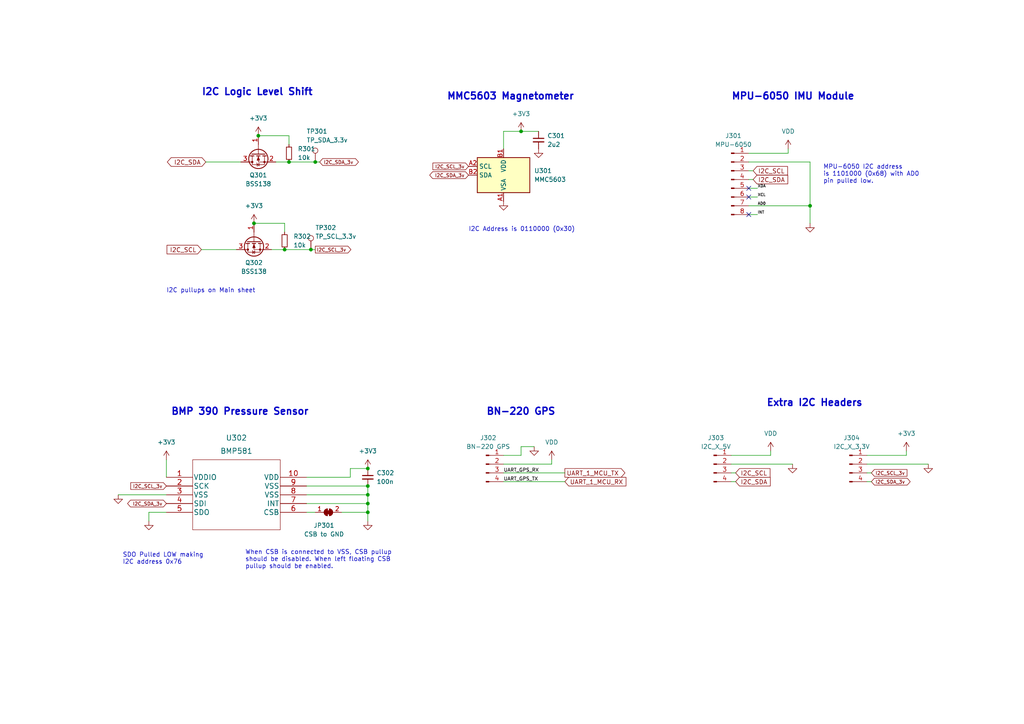
<source format=kicad_sch>
(kicad_sch (version 20211123) (generator eeschema)
  (paper "A4")
  (lib_symbols
    (symbol "2022-09-06_03-17-40:BMP581" (pin_names (offset 0.254))
      (property "Reference" "U" (at 20.32 10.16 0))
      (property "Value" "BMP581" (at 20.32 7.62 0))
      (symbol "BMP581_1_1"
        (polyline (pts (xy 7.62 -15.24) (xy 33.02 -15.24)) (stroke (width 0.127)))
        (polyline (pts (xy 7.62 5.08) (xy 7.62 -15.24)) (stroke (width 0.127)))
        (polyline (pts (xy 33.02 -15.24) (xy 33.02 5.08)) (stroke (width 0.127)))
        (polyline (pts (xy 33.02 5.08) (xy 7.62 5.08)) (stroke (width 0.127)))
        (pin power_in line (at 0 0 0) (length 7.62) (name "VDDIO") (number "1"))
        (pin power_in line (at 40.64 0 180) (length 7.62) (name "VDD") (number "10"))
        (pin unspecified line (at 0 -2.54 0) (length 7.62) (name "SCK") (number "2"))
        (pin power_in line (at 0 -5.08 0) (length 7.62) (name "VSS") (number "3"))
        (pin unspecified line (at 0 -7.62 0) (length 7.62) (name "SDI") (number "4"))
        (pin unspecified line (at 0 -10.16 0) (length 7.62) (name "SDO") (number "5"))
        (pin unspecified line (at 40.64 -10.16 180) (length 7.62) (name "CSB") (number "6"))
        (pin input line (at 40.64 -7.62 180) (length 7.62) (name "INT") (number "7"))
        (pin power_in line (at 40.64 -5.08 180) (length 7.62) (name "VSS") (number "8"))
        (pin power_in line (at 40.64 -2.54 180) (length 7.62) (name "VSS") (number "9"))
      )
    )
    (symbol "Connector:Conn_01x04_Male" (pin_names (offset 1.016) hide)
      (property "Reference" "J" (at 0 5.08 0))
      (property "Value" "Conn_01x04_Male" (at 0 -7.62 0))
      (symbol "Conn_01x04_Male_1_1"
        (polyline (pts (xy 1.27 -5.08) (xy 0.8636 -5.08)) (stroke (width 0.1524)))
        (polyline (pts (xy 1.27 -2.54) (xy 0.8636 -2.54)) (stroke (width 0.1524)))
        (polyline (pts (xy 1.27 0) (xy 0.8636 0)) (stroke (width 0.1524)))
        (polyline (pts (xy 1.27 2.54) (xy 0.8636 2.54)) (stroke (width 0.1524)))
        (rectangle (start 0.8636 -4.953) (end 0 -5.207) (stroke (width 0.1524)) (fill (type outline)))
        (rectangle (start 0.8636 -2.413) (end 0 -2.667) (stroke (width 0.1524)) (fill (type outline)))
        (rectangle (start 0.8636 0.127) (end 0 -0.127) (stroke (width 0.1524)) (fill (type outline)))
        (rectangle (start 0.8636 2.667) (end 0 2.413) (stroke (width 0.1524)) (fill (type outline)))
        (pin passive line (at 5.08 2.54 180) (length 3.81) (name "Pin_1") (number "1"))
        (pin passive line (at 5.08 0 180) (length 3.81) (name "Pin_2") (number "2"))
        (pin passive line (at 5.08 -2.54 180) (length 3.81) (name "Pin_3") (number "3"))
        (pin passive line (at 5.08 -5.08 180) (length 3.81) (name "Pin_4") (number "4"))
      )
    )
    (symbol "Connector:Conn_01x08_Male" (pin_names (offset 1.016) hide)
      (property "Reference" "J" (at 0 10.16 0))
      (property "Value" "Conn_01x08_Male" (at 0 -12.7 0))
      (symbol "Conn_01x08_Male_1_1"
        (polyline (pts (xy 1.27 -10.16) (xy 0.8636 -10.16)) (stroke (width 0.1524)))
        (polyline (pts (xy 1.27 -7.62) (xy 0.8636 -7.62)) (stroke (width 0.1524)))
        (polyline (pts (xy 1.27 -5.08) (xy 0.8636 -5.08)) (stroke (width 0.1524)))
        (polyline (pts (xy 1.27 -2.54) (xy 0.8636 -2.54)) (stroke (width 0.1524)))
        (polyline (pts (xy 1.27 0) (xy 0.8636 0)) (stroke (width 0.1524)))
        (polyline (pts (xy 1.27 2.54) (xy 0.8636 2.54)) (stroke (width 0.1524)))
        (polyline (pts (xy 1.27 5.08) (xy 0.8636 5.08)) (stroke (width 0.1524)))
        (polyline (pts (xy 1.27 7.62) (xy 0.8636 7.62)) (stroke (width 0.1524)))
        (rectangle (start 0.8636 -10.033) (end 0 -10.287) (stroke (width 0.1524)) (fill (type outline)))
        (rectangle (start 0.8636 -7.493) (end 0 -7.747) (stroke (width 0.1524)) (fill (type outline)))
        (rectangle (start 0.8636 -4.953) (end 0 -5.207) (stroke (width 0.1524)) (fill (type outline)))
        (rectangle (start 0.8636 -2.413) (end 0 -2.667) (stroke (width 0.1524)) (fill (type outline)))
        (rectangle (start 0.8636 0.127) (end 0 -0.127) (stroke (width 0.1524)) (fill (type outline)))
        (rectangle (start 0.8636 2.667) (end 0 2.413) (stroke (width 0.1524)) (fill (type outline)))
        (rectangle (start 0.8636 5.207) (end 0 4.953) (stroke (width 0.1524)) (fill (type outline)))
        (rectangle (start 0.8636 7.747) (end 0 7.493) (stroke (width 0.1524)) (fill (type outline)))
        (pin passive line (at 5.08 7.62 180) (length 3.81) (name "Pin_1") (number "1"))
        (pin passive line (at 5.08 5.08 180) (length 3.81) (name "Pin_2") (number "2"))
        (pin passive line (at 5.08 2.54 180) (length 3.81) (name "Pin_3") (number "3"))
        (pin passive line (at 5.08 0 180) (length 3.81) (name "Pin_4") (number "4"))
        (pin passive line (at 5.08 -2.54 180) (length 3.81) (name "Pin_5") (number "5"))
        (pin passive line (at 5.08 -5.08 180) (length 3.81) (name "Pin_6") (number "6"))
        (pin passive line (at 5.08 -7.62 180) (length 3.81) (name "Pin_7") (number "7"))
        (pin passive line (at 5.08 -10.16 180) (length 3.81) (name "Pin_8") (number "8"))
      )
    )
    (symbol "Connector:TestPoint" (pin_numbers hide) (pin_names (offset 0.762) hide)
      (property "Reference" "TP" (at 0 6.858 0))
      (property "Value" "TestPoint" (at 0 5.08 0))
      (symbol "TestPoint_0_1"
        (circle (center 0 3.302) (radius 0.762))
      )
      (symbol "TestPoint_1_1"
        (pin passive line (at 0 0 90) (length 2.54) (name "1") (number "1"))
      )
    )
    (symbol "Device:C_Small" (pin_numbers hide) (pin_names (offset 0.254) hide)
      (property "Reference" "C" (at 0.254 1.778 0))
      (property "Value" "C_Small" (at 0.254 -2.032 0))
      (symbol "C_Small_0_1"
        (polyline (pts (xy -1.524 -0.508) (xy 1.524 -0.508)) (stroke (width 0.3302)))
        (polyline (pts (xy -1.524 0.508) (xy 1.524 0.508)) (stroke (width 0.3048)))
      )
      (symbol "C_Small_1_1"
        (pin passive line (at 0 2.54 270) (length 2.032) (name "~") (number "1"))
        (pin passive line (at 0 -2.54 90) (length 2.032) (name "~") (number "2"))
      )
    )
    (symbol "Device:R_Small" (pin_numbers hide) (pin_names (offset 0.254) hide)
      (property "Reference" "R" (at 0.762 0.508 0))
      (property "Value" "R_Small" (at 0.762 -1.016 0))
      (symbol "R_Small_0_1"
        (rectangle (start -0.762 1.778) (end 0.762 -1.778) (stroke (width 0.2032)))
      )
      (symbol "R_Small_1_1"
        (pin passive line (at 0 2.54 270) (length 0.762) (name "~") (number "1"))
        (pin passive line (at 0 -2.54 90) (length 0.762) (name "~") (number "2"))
      )
    )
    (symbol "Jumper:SolderJumper_2_Bridged" (pin_names (offset 0) hide)
      (property "Reference" "JP" (at 0 2.032 0))
      (property "Value" "SolderJumper_2_Bridged" (at 0 -2.54 0))
      (symbol "SolderJumper_2_Bridged_0_1"
        (rectangle (start -0.508 0.508) (end 0.508 -0.508) (fill (type outline)))
        (arc (start -0.254 1.016) (mid -1.27 0) (end -0.254 -1.016))
        (arc (start -0.254 1.016) (mid -1.27 0) (end -0.254 -1.016) (fill (type outline)))
        (polyline (pts (xy -0.254 1.016) (xy -0.254 -1.016)))
        (polyline (pts (xy 0.254 1.016) (xy 0.254 -1.016)))
        (arc (start 0.254 -1.016) (mid 1.27 0) (end 0.254 1.016))
        (arc (start 0.254 -1.016) (mid 1.27 0) (end 0.254 1.016) (fill (type outline)))
      )
      (symbol "SolderJumper_2_Bridged_1_1"
        (pin passive line (at -3.81 0 0) (length 2.54) (name "A") (number "1"))
        (pin passive line (at 3.81 0 180) (length 2.54) (name "B") (number "2"))
      )
    )
    (symbol "Sensor_Magnetic:MMC5633NJL"
      (property "Reference" "U" (at -2.54 8.255 0))
      (property "Value" "MMC5633NJL" (at -2.54 6.35 0))
      (symbol "MMC5633NJL_0_1"
        (rectangle (start -7.62 -5.08) (end 7.62 5.08) (stroke (width 0.254)) (fill (type background)))
      )
      (symbol "MMC5633NJL_1_1"
        (pin power_in line (at 0 -7.62 90) (length 2.54) (name "VSA") (number "A1"))
        (pin input line (at -10.16 2.54 0) (length 2.54) (name "SCL") (number "A2"))
        (pin power_in line (at 0 7.62 270) (length 2.54) (name "VDD") (number "B1"))
        (pin bidirectional line (at -10.16 0 0) (length 2.54) (name "SDA") (number "B2"))
      )
    )
    (symbol "Transistor_FET:BSS138" (pin_names hide)
      (property "Reference" "Q" (at 5.08 1.905 0))
      (property "Value" "BSS138" (at 5.08 0 0))
      (symbol "BSS138_0_1"
        (polyline (pts (xy 0.254 0) (xy -2.54 0)))
        (polyline (pts (xy 0.254 1.905) (xy 0.254 -1.905)) (stroke (width 0.254)))
        (polyline (pts (xy 0.762 -1.27) (xy 0.762 -2.286)) (stroke (width 0.254)))
        (polyline (pts (xy 0.762 0.508) (xy 0.762 -0.508)) (stroke (width 0.254)))
        (polyline (pts (xy 0.762 2.286) (xy 0.762 1.27)) (stroke (width 0.254)))
        (polyline (pts (xy 2.54 2.54) (xy 2.54 1.778)))
        (polyline (pts (xy 2.54 -2.54) (xy 2.54 0) (xy 0.762 0)))
        (polyline (pts (xy 0.762 -1.778) (xy 3.302 -1.778) (xy 3.302 1.778) (xy 0.762 1.778)))
        (polyline (pts (xy 1.016 0) (xy 2.032 0.381) (xy 2.032 -0.381) (xy 1.016 0)) (fill (type outline)))
        (polyline (pts (xy 2.794 0.508) (xy 2.921 0.381) (xy 3.683 0.381) (xy 3.81 0.254)))
        (polyline (pts (xy 3.302 0.381) (xy 2.921 -0.254) (xy 3.683 -0.254) (xy 3.302 0.381)))
        (circle (center 1.651 0) (radius 2.794) (stroke (width 0.254)))
        (circle (center 2.54 -1.778) (radius 0.254) (fill (type outline)))
        (circle (center 2.54 1.778) (radius 0.254) (fill (type outline)))
      )
      (symbol "BSS138_1_1"
        (pin input line (at -5.08 0 0) (length 2.54) (name "G") (number "1"))
        (pin passive line (at 2.54 -5.08 90) (length 2.54) (name "S") (number "2"))
        (pin passive line (at 2.54 5.08 270) (length 2.54) (name "D") (number "3"))
      )
    )
    (symbol "power:+3.3V" (power) (pin_names (offset 0))
      (property "Value" "+3.3V" (at 0 3.556 0))
      (symbol "+3.3V_0_1"
        (polyline (pts (xy -0.762 1.27) (xy 0 2.54)))
        (polyline (pts (xy 0 0) (xy 0 2.54)))
        (polyline (pts (xy 0 2.54) (xy 0.762 1.27)))
      )
      (symbol "+3.3V_1_1"
        (pin power_in line (at 0 0 90) (length 0) hide (name "+3V3") (number "1"))
      )
    )
    (symbol "power:GND" (power) (pin_names (offset 0))
      (property "Value" "GND" (at 0 -3.81 0))
      (symbol "GND_0_1"
        (polyline (pts (xy 0 0) (xy 0 -1.27) (xy 1.27 -1.27) (xy 0 -2.54) (xy -1.27 -1.27) (xy 0 -1.27)))
      )
      (symbol "GND_1_1"
        (pin power_in line (at 0 0 270) (length 0) hide (name "GND") (number "1"))
      )
    )
    (symbol "power:VDD" (power) (pin_names (offset 0))
      (property "Value" "VDD" (at 0 3.81 0))
      (symbol "VDD_0_1"
        (polyline (pts (xy -0.762 1.27) (xy 0 2.54)))
        (polyline (pts (xy 0 0) (xy 0 2.54)))
        (polyline (pts (xy 0 2.54) (xy 0.762 1.27)))
      )
      (symbol "VDD_1_1"
        (pin power_in line (at 0 0 90) (length 0) hide (name "VDD") (number "1"))
      )
    )
  )
  (junction (at 90.17 72.39))
  (junction (at 106.68 146.05))
  (junction (at 106.68 135.89))
  (junction (at 234.95 59.69))
  (junction (at 151.13 38.1))
  (junction (at 83.82 46.99))
  (junction (at 73.66 64.77))
  (junction (at 106.68 148.59))
  (junction (at 91.44 46.99))
  (junction (at 82.55 72.39))
  (junction (at 74.93 39.37))
  (junction (at 106.68 143.51))
  (junction (at 106.68 140.97))
  (no_connect (at 217.17 54.61))
  (no_connect (at 217.17 57.15))
  (no_connect (at 217.17 62.23))
  (wire (pts (xy 106.68 146.05) (xy 106.68 148.59)))
  (wire (pts (xy 219.71 57.15) (xy 217.17 57.15)))
  (wire (pts (xy 252.73 139.7) (xy 251.46 139.7)))
  (wire (pts (xy 217.17 46.99) (xy 234.95 46.99)))
  (wire (pts (xy 146.05 38.1) (xy 151.13 38.1)))
  (wire (pts (xy 106.68 146.05) (xy 106.68 143.51)))
  (wire (pts (xy 78.74 72.39) (xy 82.55 72.39)))
  (wire (pts (xy 146.05 137.16) (xy 163.83 137.16)))
  (wire (pts (xy 83.82 39.37) (xy 83.82 41.91)))
  (wire (pts (xy 212.09 132.08) (xy 223.52 132.08)))
  (wire (pts (xy 251.46 134.62) (xy 269.24 134.62)))
  (wire (pts (xy 146.05 43.18) (xy 146.05 38.1)))
  (wire (pts (xy 217.17 59.69) (xy 234.95 59.69)))
  (wire (pts (xy 82.55 64.77) (xy 73.66 64.77)))
  (wire (pts (xy 88.9 146.05) (xy 106.68 146.05)))
  (wire (pts (xy 48.26 133.35) (xy 48.26 138.43)))
  (wire (pts (xy 91.44 46.99) (xy 92.71 46.99)))
  (wire (pts (xy 90.17 72.39) (xy 91.44 72.39)))
  (wire (pts (xy 80.01 46.99) (xy 83.82 46.99)))
  (wire (pts (xy 234.95 46.99) (xy 234.95 59.69)))
  (wire (pts (xy 88.9 140.97) (xy 106.68 140.97)))
  (wire (pts (xy 151.13 38.1) (xy 156.21 38.1)))
  (wire (pts (xy 252.73 137.16) (xy 251.46 137.16)))
  (wire (pts (xy 106.68 140.97) (xy 106.68 143.51)))
  (wire (pts (xy 218.44 52.07) (xy 217.17 52.07)))
  (wire (pts (xy 146.05 134.62) (xy 160.02 134.62)))
  (wire (pts (xy 218.44 49.53) (xy 217.17 49.53)))
  (wire (pts (xy 146.05 139.7) (xy 163.83 139.7)))
  (wire (pts (xy 228.6 44.45) (xy 228.6 43.18)))
  (wire (pts (xy 219.71 54.61) (xy 217.17 54.61)))
  (wire (pts (xy 82.55 72.39) (xy 90.17 72.39)))
  (wire (pts (xy 88.9 138.43) (xy 101.6 138.43)))
  (wire (pts (xy 101.6 135.89) (xy 106.68 135.89)))
  (wire (pts (xy 34.29 143.51) (xy 48.26 143.51)))
  (wire (pts (xy 146.05 132.08) (xy 151.13 132.08)))
  (wire (pts (xy 59.69 46.99) (xy 69.85 46.99)))
  (wire (pts (xy 58.42 72.39) (xy 68.58 72.39)))
  (wire (pts (xy 262.89 132.08) (xy 262.89 130.81)))
  (wire (pts (xy 106.68 143.51) (xy 88.9 143.51)))
  (wire (pts (xy 151.13 129.54) (xy 154.94 129.54)))
  (wire (pts (xy 251.46 132.08) (xy 262.89 132.08)))
  (wire (pts (xy 43.18 151.13) (xy 43.18 148.59)))
  (wire (pts (xy 212.09 134.62) (xy 229.87 134.62)))
  (wire (pts (xy 213.36 137.16) (xy 212.09 137.16)))
  (wire (pts (xy 213.36 139.7) (xy 212.09 139.7)))
  (wire (pts (xy 101.6 138.43) (xy 101.6 135.89)))
  (wire (pts (xy 83.82 46.99) (xy 91.44 46.99)))
  (wire (pts (xy 43.18 148.59) (xy 48.26 148.59)))
  (wire (pts (xy 106.68 148.59) (xy 106.68 151.13)))
  (wire (pts (xy 88.9 148.59) (xy 91.44 148.59)))
  (wire (pts (xy 151.13 132.08) (xy 151.13 129.54)))
  (wire (pts (xy 223.52 132.08) (xy 223.52 130.81)))
  (wire (pts (xy 234.95 59.69) (xy 234.95 64.77)))
  (wire (pts (xy 217.17 44.45) (xy 228.6 44.45)))
  (wire (pts (xy 74.93 39.37) (xy 83.82 39.37)))
  (wire (pts (xy 99.06 148.59) (xy 106.68 148.59)))
  (wire (pts (xy 82.55 67.31) (xy 82.55 64.77)))
  (wire (pts (xy 219.71 62.23) (xy 217.17 62.23)))
  (wire (pts (xy 160.02 134.62) (xy 160.02 133.35)))
  (text "I2C pullups on Main sheet" (at 48.26 85.09 0) (effects (font (size 1.27 1.27)) (justify left bottom)))
  (text "BMP 390 Pressure Sensor" (at 49.53 120.65 0) (effects (font (size 2 2) bold) (justify left bottom)))
  (text "SDO Pulled LOW making \nI2C address 0x76" (at 35.56 163.83 0) (effects (font (size 1.27 1.27)) (justify left bottom)))
  (text "I2C Address is 0110000 (0x30)" (at 135.89 67.31 0) (effects (font (size 1.27 1.27)) (justify left bottom)))
  (text "MPU-6050 IMU Module" (at 212.09 29.21 0) (effects (font (size 2 2) bold) (justify left bottom)))
  (text "BN-220 GPS" (at 140.97 120.65 0) (effects (font (size 2 2) bold) (justify left bottom)))
  (text "Extra I2C Headers" (at 222.25 118.11 0) (effects (font (size 2 2) bold) (justify left bottom)))
  (text "MMC5603 Magnetometer" (at 129.54 29.21 0) (effects (font (size 2 2) bold) (justify left bottom)))
  (text "MPU-6050 I2C address \nis 1101000 (0x68) with AD0 \npin pulled low." (at 238.76 53.34 0) (effects (font (size 1.27 1.27)) (justify left bottom)))
  (text "When CSB is connected to VSS, CSB pullup \nshould be disabled. When left floating CSB\npullup should be enabled." (at 71.12 165.1 0) (effects (font (size 1.27 1.27)) (justify left bottom)))
  (text "I2C Logic Level Shift" (at 58.42 27.94 0) (effects (font (size 2 2) (thickness 0.4) bold) (justify left bottom)))
  (label "XCL" (at 219.71 57.15 0) (effects (font (size 0.8 0.8))))
  (label "XDA" (at 219.71 54.61 0) (effects (font (size 0.8 0.8))))
  (label "UART_GPS_TX" (at 146.05 139.7 0) (effects (font (size 1 1))))
  (label "AD0" (at 219.71 59.69 0) (effects (font (size 0.8 0.8))))
  (label "INT" (at 219.71 62.23 0) (effects (font (size 0.8 0.8))))
  (label "UART_GPS_RX" (at 146.05 137.16 0) (effects (font (size 1 1))))
  (global_label "I2C_SCL_3v" (shape input) (at 252.73 137.16 0) (effects (font (size 1 1))) (property "Intersheet References" "${INTERSHEET_REFS}" (effects hide)))
  (global_label "UART_1_MCU_RX" (shape input) (at 163.83 139.7 0) (property "Intersheet References" "${INTERSHEET_REFS}" (effects hide)))
  (global_label "UART_1_MCU_TX" (shape output) (at 163.83 137.16 0) (property "Intersheet References" "${INTERSHEET_REFS}" (effects hide)))
  (global_label "I2C_SDA" (shape bidirectional) (at 59.69 46.99 180) (property "Intersheet References" "${INTERSHEET_REFS}" (effects hide)))
  (global_label "I2C_SDA_3v" (shape bidirectional) (at 48.26 146.05 180) (effects (font (size 1 1))) (property "Intersheet References" "${INTERSHEET_REFS}" (effects hide)))
  (global_label "I2C_SDA_3v" (shape bidirectional) (at 135.89 50.8 180) (effects (font (size 1 1))) (property "Intersheet References" "${INTERSHEET_REFS}" (effects hide)))
  (global_label "I2C_SCL" (shape input) (at 218.44 49.53 0) (property "Intersheet References" "${INTERSHEET_REFS}" (effects hide)))
  (global_label "I2C_SDA" (shape input) (at 213.36 139.7 0) (property "Intersheet References" "${INTERSHEET_REFS}" (effects hide)))
  (global_label "I2C_SDA_3v" (shape bidirectional) (at 252.73 139.7 0) (effects (font (size 1 1))) (property "Intersheet References" "${INTERSHEET_REFS}" (effects hide)))
  (global_label "I2C_SCL" (shape input) (at 58.42 72.39 180) (property "Intersheet References" "${INTERSHEET_REFS}" (effects hide)))
  (global_label "I2C_SDA" (shape input) (at 218.44 52.07 0) (property "Intersheet References" "${INTERSHEET_REFS}" (effects hide)))
  (global_label "I2C_SCL_3v" (shape input) (at 135.89 48.26 180) (effects (font (size 1 1))) (property "Intersheet References" "${INTERSHEET_REFS}" (effects hide)))
  (global_label "I2C_SCL_3v" (shape output) (at 91.44 72.39 0) (effects (font (size 1 1))) (property "Intersheet References" "${INTERSHEET_REFS}" (effects hide)))
  (global_label "I2C_SCL_3v" (shape input) (at 48.26 140.97 180) (effects (font (size 1 1))) (property "Intersheet References" "${INTERSHEET_REFS}" (effects hide)))
  (global_label "I2C_SDA_3v" (shape bidirectional) (at 92.71 46.99 0) (effects (font (size 1 1))) (property "Intersheet References" "${INTERSHEET_REFS}" (effects hide)))
  (global_label "I2C_SCL" (shape input) (at 213.36 137.16 0) (property "Intersheet References" "${INTERSHEET_REFS}" (effects hide)))
  (symbol (lib_id "power:GND") (at 146.05 58.42 0) (unit 1)
    (property "Reference" "#PWR0305" (effects hide))
    (property "Value" "GND" (effects hide))
  )
  (symbol (lib_id "power:VDD") (at 160.02 133.35 0) (unit 1)
    (property "Reference" "#PWR0312" (effects hide))
    (property "Value" "VDD" (at 160.02 128.27 0))
  )
  (symbol (lib_id "Connector:TestPoint") (at 91.44 46.99 0) (unit 1)
    (property "Reference" "TP301" (at 88.9 38.1 0) (effects (justify left)))
    (property "Value" "TP_SDA_3.3v" (at 88.9 40.64 0) (effects (justify left)))
    (property "Footprint" "TestPoint:TestPoint_Pad_D1.5mm" (effects hide))
  )
  (symbol (lib_id "power:GND") (at 156.21 43.18 0) (unit 1)
    (property "Reference" "#PWR0303" (effects hide))
    (property "Value" "GND" (effects hide))
  )
  (symbol (lib_id "Transistor_FET:BSS138") (at 74.93 44.45 90) (mirror x) (unit 1)
    (property "Reference" "Q301" (at 74.93 50.8 90))
    (property "Value" "BSS138" (at 74.93 53.34 90))
    (property "Footprint" "Resistor_SMD:R_0805_2012Metric_Pad1.20x1.40mm_HandSolder" (effects hide))
    (property "Datasheet" "https://www.onsemi.com/pub/Collateral/BSS138-D.PDF" (effects hide))
  )
  (symbol (lib_id "Connector:Conn_01x04_Male") (at 246.38 134.62 0) (unit 1)
    (property "Reference" "J304" (at 247.015 127 0))
    (property "Value" "I2C_X_3.3V" (at 247.015 129.54 0))
    (property "Footprint" "Connector_JST:JST_SH_BM04B-SRSS-TB_1x04-1MP_P1.00mm_Vertical" (effects hide))
  )
  (symbol (lib_id "power:VDD") (at 228.6 43.18 0) (unit 1)
    (property "Reference" "#PWR0304" (effects hide))
    (property "Value" "VDD" (at 228.6 38.1 0))
  )
  (symbol (lib_id "power:GND") (at 154.94 129.54 0) (unit 1)
    (property "Reference" "#PWR0308" (effects hide))
    (property "Value" "GND" (effects hide))
  )
  (symbol (lib_id "Device:R_Small") (at 83.82 44.45 0) (unit 1)
    (property "Reference" "R301" (at 86.36 43.1799 0) (effects (justify left)))
    (property "Value" "10k" (at 86.36 45.7199 0) (effects (justify left)))
    (property "Footprint" "Resistor_SMD:R_0805_2012Metric_Pad1.20x1.40mm_HandSolder" (effects hide))
  )
  (symbol (lib_id "power:+3.3V") (at 74.93 39.37 0) (unit 1)
    (property "Reference" "#PWR0302" (effects hide))
    (property "Value" "+3.3V" (at 74.93 34.29 0))
  )
  (symbol (lib_id "power:VDD") (at 223.52 130.81 0) (unit 1)
    (property "Reference" "#PWR0309" (effects hide))
    (property "Value" "VDD" (at 223.52 125.73 0))
  )
  (symbol (lib_id "Jumper:SolderJumper_2_Bridged") (at 95.25 148.59 0) (unit 1)
    (property "Reference" "JP301" (at 93.98 152.4 0))
    (property "Value" "CSB to GND" (at 93.98 154.94 0))
    (property "Footprint" "Jumper:SolderJumper-2_P1.3mm_Bridged_RoundedPad1.0x1.5mm" (effects hide))
  )
  (symbol (lib_id "Device:R_Small") (at 82.55 69.85 0) (unit 1)
    (property "Reference" "R302" (at 85.09 68.5799 0) (effects (justify left)))
    (property "Value" "10k" (at 85.09 71.1199 0) (effects (justify left)))
    (property "Footprint" "Resistor_SMD:R_0805_2012Metric_Pad1.20x1.40mm_HandSolder" (effects hide))
  )
  (symbol (lib_id "Transistor_FET:BSS138") (at 73.66 69.85 90) (mirror x) (unit 1)
    (property "Reference" "Q302" (at 73.66 76.2 90))
    (property "Value" "BSS138" (at 73.66 78.74 90))
    (property "Footprint" "Resistor_SMD:R_0805_2012Metric_Pad1.20x1.40mm_HandSolder" (effects hide))
    (property "Datasheet" "https://www.onsemi.com/pub/Collateral/BSS138-D.PDF" (effects hide))
  )
  (symbol (lib_id "Connector:TestPoint") (at 90.17 72.39 0) (unit 1)
    (property "Reference" "TP302" (at 91.44 66.04 0) (effects (justify left)))
    (property "Value" "TP_SCL_3.3v" (at 91.44 68.58 0) (effects (justify left)))
    (property "Footprint" "TestPoint:TestPoint_Pad_D1.5mm" (effects hide))
  )
  (symbol (lib_id "Device:C_Small") (at 106.68 138.43 0) (unit 1)
    (property "Reference" "C302" (at 109.22 137.1662 0) (effects (justify left)))
    (property "Value" "100n" (at 109.22 139.7062 0) (effects (justify left)))
    (property "Footprint" "Capacitor_SMD:C_0805_2012Metric_Pad1.18x1.45mm_HandSolder" (effects hide))
  )
  (symbol (lib_id "power:+3.3V") (at 106.68 135.89 0) (unit 1)
    (property "Reference" "#PWR0315" (effects hide))
    (property "Value" "+3.3V" (at 106.68 130.81 0))
  )
  (symbol (lib_id "power:GND") (at 234.95 64.77 0) (unit 1)
    (property "Reference" "#PWR0307" (effects hide))
    (property "Value" "GND" (effects hide))
  )
  (symbol (lib_id "2022-09-06_03-17-40:BMP581") (at 48.26 138.43 0) (unit 1)
    (property "Reference" "U302" (at 68.58 127 0) (effects (font (size 1.524 1.524))))
    (property "Value" "BMP581" (at 68.58 130.81 0) (effects (font (size 1.524 1.524))))
    (property "Footprint" "Proj Sensors:BMP581" (effects hide))
  )
  (symbol (lib_id "Device:C_Small") (at 156.21 40.64 0) (unit 1)
    (property "Reference" "C301" (at 158.75 39.3762 0) (effects (justify left)))
    (property "Value" "2u2" (at 158.75 41.9162 0) (effects (justify left)))
    (property "Footprint" "Capacitor_SMD:C_0805_2012Metric_Pad1.18x1.45mm_HandSolder" (effects hide))
  )
  (symbol (lib_id "power:GND") (at 106.68 151.13 0) (unit 1)
    (property "Reference" "#PWR0318" (effects hide))
    (property "Value" "GND" (effects hide))
  )
  (symbol (lib_id "power:GND") (at 34.29 143.51 0) (unit 1)
    (property "Reference" "#PWR0316" (effects hide))
    (property "Value" "GND" (effects hide))
  )
  (symbol (lib_id "Sensor_Magnetic:MMC5633NJL") (at 146.05 50.8 0) (unit 1)
    (property "Reference" "U301" (at 154.94 49.5299 0) (effects (justify left)))
    (property "Value" "MMC5603" (at 154.94 52.0699 0) (effects (justify left)))
    (property "Footprint" "Package_BGA:WLP-4_0.86x0.86mm_P0.4mm" (effects hide))
    (property "Datasheet" "http://www.memsic.com/uploadfiles/2020/08/20200827165106864.pdf" (effects hide))
  )
  (symbol (lib_id "power:GND") (at 269.24 134.62 0) (unit 1)
    (property "Reference" "#PWR0314" (effects hide))
    (property "Value" "GND" (effects hide))
  )
  (symbol (lib_id "power:+3.3V") (at 262.89 130.81 0) (unit 1)
    (property "Reference" "#PWR0310" (effects hide))
    (property "Value" "+3.3V" (at 262.89 125.73 0))
  )
  (symbol (lib_id "power:GND") (at 229.87 134.62 0) (unit 1)
    (property "Reference" "#PWR0313" (effects hide))
    (property "Value" "GND" (effects hide))
  )
  (symbol (lib_id "Connector:Conn_01x04_Male") (at 140.97 134.62 0) (unit 1)
    (property "Reference" "J302" (at 141.605 127 0))
    (property "Value" "BN-220 GPS" (at 141.605 129.54 0))
    (property "Footprint" "Connector_JST:JST_SH_BM04B-SRSS-TB_1x04-1MP_P1.00mm_Vertical" (effects hide))
  )
  (symbol (lib_id "Connector:Conn_01x08_Male") (at 212.09 52.07 0) (unit 1)
    (property "Reference" "J301" (at 212.725 39.37 0))
    (property "Value" "MPU-6050" (at 212.725 41.91 0))
    (property "Footprint" "Connector_PinHeader_2.54mm:PinHeader_1x08_P2.54mm_Vertical" (effects hide))
  )
  (symbol (lib_id "power:+3.3V") (at 151.13 38.1 0) (unit 1)
    (property "Reference" "#PWR0301" (effects hide))
    (property "Value" "+3.3V" (at 151.13 33.02 0))
  )
  (symbol (lib_id "power:GND") (at 43.18 151.13 0) (unit 1)
    (property "Reference" "#PWR0317" (effects hide))
    (property "Value" "GND" (effects hide))
  )
  (symbol (lib_id "power:+3.3V") (at 48.26 133.35 0) (unit 1)
    (property "Reference" "#PWR0311" (effects hide))
    (property "Value" "+3.3V" (at 48.26 128.27 0))
  )
  (symbol (lib_id "power:+3.3V") (at 73.66 64.77 0) (unit 1)
    (property "Reference" "#PWR0306" (effects hide))
    (property "Value" "+3.3V" (at 73.66 59.69 0))
  )
  (symbol (lib_id "Connector:Conn_01x04_Male") (at 207.01 134.62 0) (unit 1)
    (property "Reference" "J303" (at 207.645 127 0))
    (property "Value" "I2C_X_5V" (at 207.645 129.54 0))
    (property "Footprint" "Connector_JST:JST_SH_BM04B-SRSS-TB_1x04-1MP_P1.00mm_Vertical" (effects hide))
  )
)
</source>
